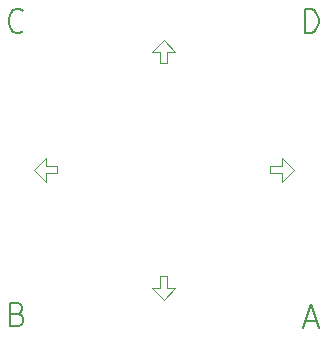
<source format=gto>
G04 #@! TF.GenerationSoftware,KiCad,Pcbnew,(5.1.10-1-10_14)*
G04 #@! TF.CreationDate,2021-08-08T19:45:07+09:00*
G04 #@! TF.ProjectId,TouchController,546f7563-6843-46f6-9e74-726f6c6c6572,V1.1*
G04 #@! TF.SameCoordinates,Original*
G04 #@! TF.FileFunction,Legend,Top*
G04 #@! TF.FilePolarity,Positive*
%FSLAX46Y46*%
G04 Gerber Fmt 4.6, Leading zero omitted, Abs format (unit mm)*
G04 Created by KiCad (PCBNEW (5.1.10-1-10_14)) date 2021-08-08 19:45:07*
%MOMM*%
%LPD*%
G01*
G04 APERTURE LIST*
%ADD10C,0.120000*%
%ADD11C,0.150000*%
G04 APERTURE END LIST*
D10*
X10000000Y-21000000D02*
X11000000Y-20000000D01*
X10000000Y-20300000D02*
X10000000Y-21000000D01*
X9000000Y-20300000D02*
X10000000Y-20300000D01*
X9000000Y-19700000D02*
X9000000Y-20300000D01*
X10000000Y-19700000D02*
X9000000Y-19700000D01*
X10000000Y-19000000D02*
X10000000Y-19700000D01*
X11000000Y-20000000D02*
X10000000Y-19000000D01*
X300000Y-30000000D02*
X300000Y-29000000D01*
X1000000Y-30000000D02*
X300000Y-30000000D01*
X0Y-31000000D02*
X1000000Y-30000000D01*
X-1000000Y-30000000D02*
X0Y-31000000D01*
X-300000Y-30000000D02*
X-1000000Y-30000000D01*
X-300000Y-29000000D02*
X-300000Y-30000000D01*
X300000Y-29000000D02*
X-300000Y-29000000D01*
X-10000000Y-20300000D02*
X-10000000Y-21000000D01*
X-9000000Y-19700000D02*
X-9000000Y-20300000D01*
X-10000000Y-19000000D02*
X-10000000Y-19700000D01*
X-10000000Y-19000000D02*
X-11000000Y-20000000D01*
X-9000000Y-19700000D02*
X-10000000Y-19700000D01*
X-10000000Y-20300000D02*
X-9000000Y-20300000D01*
X-11000000Y-20000000D02*
X-10000000Y-21000000D01*
X-300000Y-10000000D02*
X-1000000Y-10000000D01*
X1000000Y-10000000D02*
X0Y-9000000D01*
X300000Y-11000000D02*
X300000Y-10000000D01*
X-300000Y-10000000D02*
X-300000Y-11000000D01*
X0Y-9000000D02*
X-1000000Y-10000000D01*
X300000Y-10000000D02*
X1000000Y-10000000D01*
X-300000Y-11000000D02*
X300000Y-11000000D01*
D11*
X11976190Y-8404761D02*
X11976190Y-6404761D01*
X12452380Y-6404761D01*
X12738095Y-6500000D01*
X12928571Y-6690476D01*
X13023809Y-6880952D01*
X13119047Y-7261904D01*
X13119047Y-7547619D01*
X13023809Y-7928571D01*
X12928571Y-8119047D01*
X12738095Y-8309523D01*
X12452380Y-8404761D01*
X11976190Y-8404761D01*
X-11880952Y-8214285D02*
X-11976190Y-8309523D01*
X-12261904Y-8404761D01*
X-12452380Y-8404761D01*
X-12738095Y-8309523D01*
X-12928571Y-8119047D01*
X-13023809Y-7928571D01*
X-13119047Y-7547619D01*
X-13119047Y-7261904D01*
X-13023809Y-6880952D01*
X-12928571Y-6690476D01*
X-12738095Y-6500000D01*
X-12452380Y-6404761D01*
X-12261904Y-6404761D01*
X-11976190Y-6500000D01*
X-11880952Y-6595238D01*
X-12357142Y-32207142D02*
X-12071428Y-32302380D01*
X-11976190Y-32397619D01*
X-11880952Y-32588095D01*
X-11880952Y-32873809D01*
X-11976190Y-33064285D01*
X-12071428Y-33159523D01*
X-12261904Y-33254761D01*
X-13023809Y-33254761D01*
X-13023809Y-31254761D01*
X-12357142Y-31254761D01*
X-12166666Y-31350000D01*
X-12071428Y-31445238D01*
X-11976190Y-31635714D01*
X-11976190Y-31826190D01*
X-12071428Y-32016666D01*
X-12166666Y-32111904D01*
X-12357142Y-32207142D01*
X-13023809Y-32207142D01*
X12023809Y-32833333D02*
X12976190Y-32833333D01*
X11833333Y-33404761D02*
X12500000Y-31404761D01*
X13166666Y-33404761D01*
M02*

</source>
